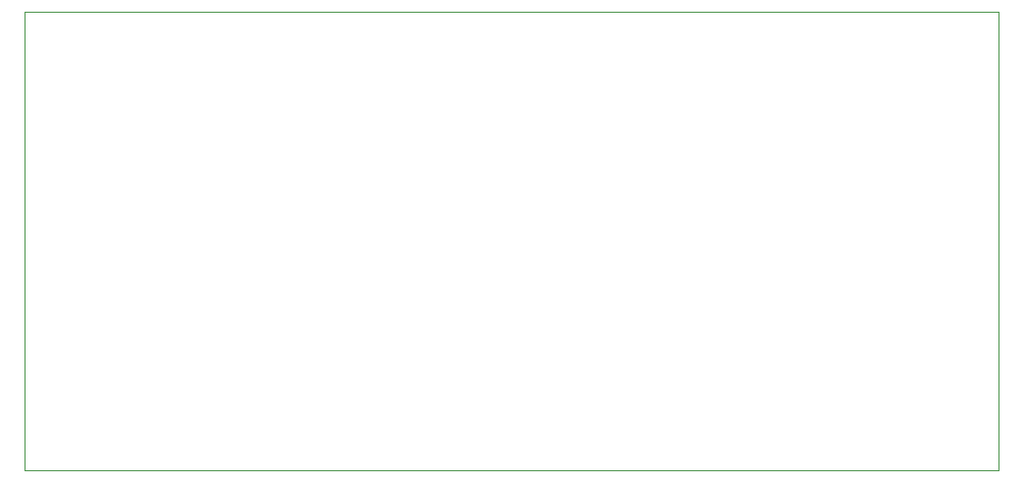
<source format=gbr>
%TF.GenerationSoftware,KiCad,Pcbnew,(6.0.7-1)-1*%
%TF.CreationDate,2022-11-19T17:24:07-05:00*%
%TF.ProjectId,BCDtoLCDLogic,42434474-6f4c-4434-944c-6f6769632e6b,rev?*%
%TF.SameCoordinates,Original*%
%TF.FileFunction,Profile,NP*%
%FSLAX46Y46*%
G04 Gerber Fmt 4.6, Leading zero omitted, Abs format (unit mm)*
G04 Created by KiCad (PCBNEW (6.0.7-1)-1) date 2022-11-19 17:24:07*
%MOMM*%
%LPD*%
G01*
G04 APERTURE LIST*
%TA.AperFunction,Profile*%
%ADD10C,0.100000*%
%TD*%
G04 APERTURE END LIST*
D10*
X181356000Y-95758000D02*
X97282000Y-95758000D01*
X97282000Y-95758000D02*
X97282000Y-135382000D01*
X181356000Y-135382000D02*
X181356000Y-100076000D01*
X97282000Y-135382000D02*
X181356000Y-135382000D01*
X181356000Y-100076000D02*
X181356000Y-95758000D01*
M02*

</source>
